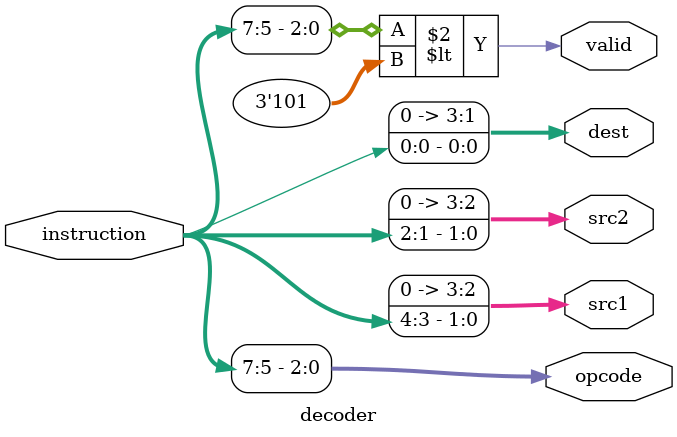
<source format=sv>
module decoder (
    input wire [7:0] instruction,     // Lệnh đầu vào cần giải mã
    output reg [2:0] opcode,          // Mã lệnh (operation code)
    output reg [3:0] src1,            // Toán hạng nguồn 1
    output reg [3:0] src2,            // Toán hạng nguồn 2
    output reg [3:0] dest,            // Thanh ghi đích
    output reg valid                  // Tín hiệu hợp lệ cho biết lệnh đã được giải mã thành công
);

    always @(*) begin
        opcode = instruction[7:5];    // 3 bit cao nhất dùng làm mã lệnh
        src1 = instruction[4:3];      // Toán hạng nguồn 1
        src2 = instruction[2:1];      // Toán hạng nguồn 2
        dest = instruction[0];        // Thanh ghi đích (hoặc có thể dùng nhiều bit hơn nếu cần)

        // Giả định rằng mã lệnh hợp lệ nếu opcode nằm trong phạm vi nhất định.
        valid = (opcode < 3'b101);    // Ví dụ: chỉ các opcode từ 0 đến 4 là hợp lệ
    end

endmodule

</source>
